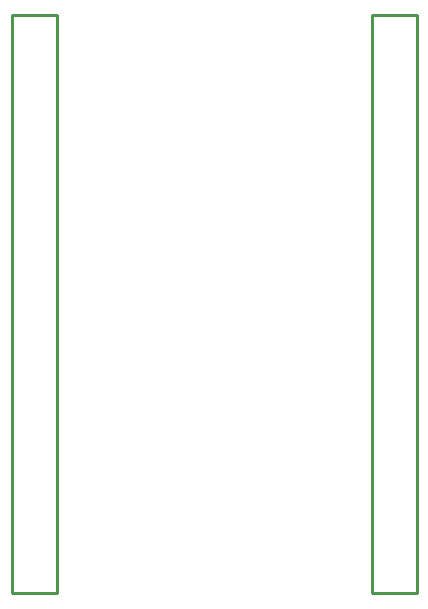
<source format=gbo>
%FSAX24Y24*%
%MOIN*%
G70*
G01*
G75*
G04 Layer_Color=32896*
G04:AMPARAMS|DCode=10|XSize=17.7mil|YSize=43.3mil|CornerRadius=4.4mil|HoleSize=0mil|Usage=FLASHONLY|Rotation=180.000|XOffset=0mil|YOffset=0mil|HoleType=Round|Shape=RoundedRectangle|*
%AMROUNDEDRECTD10*
21,1,0.0177,0.0344,0,0,180.0*
21,1,0.0089,0.0433,0,0,180.0*
1,1,0.0089,-0.0044,0.0172*
1,1,0.0089,0.0044,0.0172*
1,1,0.0089,0.0044,-0.0172*
1,1,0.0089,-0.0044,-0.0172*
%
%ADD10ROUNDEDRECTD10*%
G04:AMPARAMS|DCode=11|XSize=84.6mil|YSize=84.6mil|CornerRadius=4.2mil|HoleSize=0mil|Usage=FLASHONLY|Rotation=90.000|XOffset=0mil|YOffset=0mil|HoleType=Round|Shape=RoundedRectangle|*
%AMROUNDEDRECTD11*
21,1,0.0846,0.0762,0,0,90.0*
21,1,0.0762,0.0846,0,0,90.0*
1,1,0.0085,0.0381,0.0381*
1,1,0.0085,0.0381,-0.0381*
1,1,0.0085,-0.0381,-0.0381*
1,1,0.0085,-0.0381,0.0381*
%
%ADD11ROUNDEDRECTD11*%
G04:AMPARAMS|DCode=12|XSize=17.7mil|YSize=43.3mil|CornerRadius=4.4mil|HoleSize=0mil|Usage=FLASHONLY|Rotation=270.000|XOffset=0mil|YOffset=0mil|HoleType=Round|Shape=RoundedRectangle|*
%AMROUNDEDRECTD12*
21,1,0.0177,0.0344,0,0,270.0*
21,1,0.0089,0.0433,0,0,270.0*
1,1,0.0089,-0.0172,-0.0044*
1,1,0.0089,-0.0172,0.0044*
1,1,0.0089,0.0172,0.0044*
1,1,0.0089,0.0172,-0.0044*
%
%ADD12ROUNDEDRECTD12*%
G04:AMPARAMS|DCode=13|XSize=59.1mil|YSize=51.2mil|CornerRadius=12.8mil|HoleSize=0mil|Usage=FLASHONLY|Rotation=270.000|XOffset=0mil|YOffset=0mil|HoleType=Round|Shape=RoundedRectangle|*
%AMROUNDEDRECTD13*
21,1,0.0591,0.0256,0,0,270.0*
21,1,0.0335,0.0512,0,0,270.0*
1,1,0.0256,-0.0128,-0.0167*
1,1,0.0256,-0.0128,0.0167*
1,1,0.0256,0.0128,0.0167*
1,1,0.0256,0.0128,-0.0167*
%
%ADD13ROUNDEDRECTD13*%
G04:AMPARAMS|DCode=14|XSize=39.4mil|YSize=39.4mil|CornerRadius=9.8mil|HoleSize=0mil|Usage=FLASHONLY|Rotation=180.000|XOffset=0mil|YOffset=0mil|HoleType=Round|Shape=RoundedRectangle|*
%AMROUNDEDRECTD14*
21,1,0.0394,0.0197,0,0,180.0*
21,1,0.0197,0.0394,0,0,180.0*
1,1,0.0197,-0.0098,0.0098*
1,1,0.0197,0.0098,0.0098*
1,1,0.0197,0.0098,-0.0098*
1,1,0.0197,-0.0098,-0.0098*
%
%ADD14ROUNDEDRECTD14*%
G04:AMPARAMS|DCode=15|XSize=32mil|YSize=40mil|CornerRadius=4mil|HoleSize=0mil|Usage=FLASHONLY|Rotation=270.000|XOffset=0mil|YOffset=0mil|HoleType=Round|Shape=RoundedRectangle|*
%AMROUNDEDRECTD15*
21,1,0.0320,0.0320,0,0,270.0*
21,1,0.0240,0.0400,0,0,270.0*
1,1,0.0080,-0.0160,-0.0120*
1,1,0.0080,-0.0160,0.0120*
1,1,0.0080,0.0160,0.0120*
1,1,0.0080,0.0160,-0.0120*
%
%ADD15ROUNDEDRECTD15*%
%ADD16R,0.1063X0.0669*%
%ADD17R,0.0512X0.0354*%
%ADD18R,0.0748X0.0354*%
%ADD19R,0.0630X0.1929*%
%ADD20R,0.0276X0.0925*%
G04:AMPARAMS|DCode=21|XSize=39.4mil|YSize=39.4mil|CornerRadius=9.8mil|HoleSize=0mil|Usage=FLASHONLY|Rotation=90.000|XOffset=0mil|YOffset=0mil|HoleType=Round|Shape=RoundedRectangle|*
%AMROUNDEDRECTD21*
21,1,0.0394,0.0197,0,0,90.0*
21,1,0.0197,0.0394,0,0,90.0*
1,1,0.0197,0.0098,0.0098*
1,1,0.0197,0.0098,-0.0098*
1,1,0.0197,-0.0098,-0.0098*
1,1,0.0197,-0.0098,0.0098*
%
%ADD21ROUNDEDRECTD21*%
G04:AMPARAMS|DCode=22|XSize=59.1mil|YSize=51.2mil|CornerRadius=12.8mil|HoleSize=0mil|Usage=FLASHONLY|Rotation=0.000|XOffset=0mil|YOffset=0mil|HoleType=Round|Shape=RoundedRectangle|*
%AMROUNDEDRECTD22*
21,1,0.0591,0.0256,0,0,0.0*
21,1,0.0335,0.0512,0,0,0.0*
1,1,0.0256,0.0167,-0.0128*
1,1,0.0256,-0.0167,-0.0128*
1,1,0.0256,-0.0167,0.0128*
1,1,0.0256,0.0167,0.0128*
%
%ADD22ROUNDEDRECTD22*%
G04:AMPARAMS|DCode=23|XSize=70.9mil|YSize=65mil|CornerRadius=4.9mil|HoleSize=0mil|Usage=FLASHONLY|Rotation=0.000|XOffset=0mil|YOffset=0mil|HoleType=Round|Shape=RoundedRectangle|*
%AMROUNDEDRECTD23*
21,1,0.0709,0.0552,0,0,0.0*
21,1,0.0611,0.0650,0,0,0.0*
1,1,0.0097,0.0306,-0.0276*
1,1,0.0097,-0.0306,-0.0276*
1,1,0.0097,-0.0306,0.0276*
1,1,0.0097,0.0306,0.0276*
%
%ADD23ROUNDEDRECTD23*%
G04:AMPARAMS|DCode=24|XSize=32mil|YSize=40mil|CornerRadius=4mil|HoleSize=0mil|Usage=FLASHONLY|Rotation=0.000|XOffset=0mil|YOffset=0mil|HoleType=Round|Shape=RoundedRectangle|*
%AMROUNDEDRECTD24*
21,1,0.0320,0.0320,0,0,0.0*
21,1,0.0240,0.0400,0,0,0.0*
1,1,0.0080,0.0120,-0.0160*
1,1,0.0080,-0.0120,-0.0160*
1,1,0.0080,-0.0120,0.0160*
1,1,0.0080,0.0120,0.0160*
%
%ADD24ROUNDEDRECTD24*%
%ADD25O,0.0236X0.0827*%
%ADD26R,0.0354X0.0217*%
%ADD27C,0.0118*%
%ADD28C,0.0197*%
%ADD29C,0.0079*%
%ADD30C,0.0100*%
%ADD31C,0.0080*%
%ADD32R,0.0256X0.0591*%
%ADD33R,0.0394X0.0217*%
%ADD34R,0.0217X0.0394*%
%ADD35R,0.0591X0.0256*%
%ADD36C,0.0591*%
%ADD37C,0.0630*%
G04:AMPARAMS|DCode=38|XSize=63mil|YSize=63mil|CornerRadius=7.9mil|HoleSize=0mil|Usage=FLASHONLY|Rotation=270.000|XOffset=0mil|YOffset=0mil|HoleType=Round|Shape=RoundedRectangle|*
%AMROUNDEDRECTD38*
21,1,0.0630,0.0472,0,0,270.0*
21,1,0.0472,0.0630,0,0,270.0*
1,1,0.0157,-0.0236,-0.0236*
1,1,0.0157,-0.0236,0.0236*
1,1,0.0157,0.0236,0.0236*
1,1,0.0157,0.0236,-0.0236*
%
%ADD38ROUNDEDRECTD38*%
%ADD39C,0.0600*%
%ADD40R,0.0600X0.0600*%
%ADD41C,0.0256*%
%ADD42C,0.0098*%
%ADD43C,0.0059*%
%ADD44C,0.0039*%
%ADD45C,0.0071*%
%ADD46R,0.0472X0.0551*%
%ADD47R,0.0374X0.0384*%
%ADD48R,0.0394X0.0315*%
%ADD49R,0.0384X0.0374*%
%ADD50R,0.0551X0.0472*%
%ADD51R,0.0669X0.0620*%
%ADD52R,0.0315X0.0394*%
%ADD53R,0.0226X0.0581*%
G04:AMPARAMS|DCode=54|XSize=21.7mil|YSize=47.2mil|CornerRadius=6.4mil|HoleSize=0mil|Usage=FLASHONLY|Rotation=180.000|XOffset=0mil|YOffset=0mil|HoleType=Round|Shape=RoundedRectangle|*
%AMROUNDEDRECTD54*
21,1,0.0217,0.0344,0,0,180.0*
21,1,0.0089,0.0472,0,0,180.0*
1,1,0.0128,-0.0044,0.0172*
1,1,0.0128,0.0044,0.0172*
1,1,0.0128,0.0044,-0.0172*
1,1,0.0128,-0.0044,-0.0172*
%
%ADD54ROUNDEDRECTD54*%
G04:AMPARAMS|DCode=55|XSize=88.6mil|YSize=88.6mil|CornerRadius=6.2mil|HoleSize=0mil|Usage=FLASHONLY|Rotation=90.000|XOffset=0mil|YOffset=0mil|HoleType=Round|Shape=RoundedRectangle|*
%AMROUNDEDRECTD55*
21,1,0.0886,0.0762,0,0,90.0*
21,1,0.0762,0.0886,0,0,90.0*
1,1,0.0124,0.0381,0.0381*
1,1,0.0124,0.0381,-0.0381*
1,1,0.0124,-0.0381,-0.0381*
1,1,0.0124,-0.0381,0.0381*
%
%ADD55ROUNDEDRECTD55*%
G04:AMPARAMS|DCode=56|XSize=21.7mil|YSize=47.2mil|CornerRadius=6.4mil|HoleSize=0mil|Usage=FLASHONLY|Rotation=270.000|XOffset=0mil|YOffset=0mil|HoleType=Round|Shape=RoundedRectangle|*
%AMROUNDEDRECTD56*
21,1,0.0217,0.0344,0,0,270.0*
21,1,0.0089,0.0472,0,0,270.0*
1,1,0.0128,-0.0172,-0.0044*
1,1,0.0128,-0.0172,0.0044*
1,1,0.0128,0.0172,0.0044*
1,1,0.0128,0.0172,-0.0044*
%
%ADD56ROUNDEDRECTD56*%
%ADD57R,0.1102X0.0709*%
%ADD58R,0.0551X0.0394*%
%ADD59R,0.0787X0.0394*%
%ADD60R,0.0669X0.1969*%
%ADD61R,0.0315X0.0965*%
%ADD62R,0.0394X0.0256*%
G04:AMPARAMS|DCode=63|XSize=25.7mil|YSize=51.3mil|CornerRadius=8.4mil|HoleSize=0mil|Usage=FLASHONLY|Rotation=180.000|XOffset=0mil|YOffset=0mil|HoleType=Round|Shape=RoundedRectangle|*
%AMROUNDEDRECTD63*
21,1,0.0257,0.0344,0,0,180.0*
21,1,0.0089,0.0513,0,0,180.0*
1,1,0.0169,-0.0044,0.0172*
1,1,0.0169,0.0044,0.0172*
1,1,0.0169,0.0044,-0.0172*
1,1,0.0169,-0.0044,-0.0172*
%
%ADD63ROUNDEDRECTD63*%
G04:AMPARAMS|DCode=64|XSize=92.6mil|YSize=92.6mil|CornerRadius=8.2mil|HoleSize=0mil|Usage=FLASHONLY|Rotation=90.000|XOffset=0mil|YOffset=0mil|HoleType=Round|Shape=RoundedRectangle|*
%AMROUNDEDRECTD64*
21,1,0.0926,0.0762,0,0,90.0*
21,1,0.0762,0.0926,0,0,90.0*
1,1,0.0165,0.0381,0.0381*
1,1,0.0165,0.0381,-0.0381*
1,1,0.0165,-0.0381,-0.0381*
1,1,0.0165,-0.0381,0.0381*
%
%ADD64ROUNDEDRECTD64*%
G04:AMPARAMS|DCode=65|XSize=25.7mil|YSize=51.3mil|CornerRadius=8.4mil|HoleSize=0mil|Usage=FLASHONLY|Rotation=270.000|XOffset=0mil|YOffset=0mil|HoleType=Round|Shape=RoundedRectangle|*
%AMROUNDEDRECTD65*
21,1,0.0257,0.0344,0,0,270.0*
21,1,0.0089,0.0513,0,0,270.0*
1,1,0.0169,-0.0172,-0.0044*
1,1,0.0169,-0.0172,0.0044*
1,1,0.0169,0.0172,0.0044*
1,1,0.0169,0.0172,-0.0044*
%
%ADD65ROUNDEDRECTD65*%
G04:AMPARAMS|DCode=66|XSize=67.1mil|YSize=59.2mil|CornerRadius=16.8mil|HoleSize=0mil|Usage=FLASHONLY|Rotation=270.000|XOffset=0mil|YOffset=0mil|HoleType=Round|Shape=RoundedRectangle|*
%AMROUNDEDRECTD66*
21,1,0.0671,0.0256,0,0,270.0*
21,1,0.0335,0.0592,0,0,270.0*
1,1,0.0336,-0.0128,-0.0167*
1,1,0.0336,-0.0128,0.0167*
1,1,0.0336,0.0128,0.0167*
1,1,0.0336,0.0128,-0.0167*
%
%ADD66ROUNDEDRECTD66*%
G04:AMPARAMS|DCode=67|XSize=45.4mil|YSize=45.4mil|CornerRadius=12.8mil|HoleSize=0mil|Usage=FLASHONLY|Rotation=180.000|XOffset=0mil|YOffset=0mil|HoleType=Round|Shape=RoundedRectangle|*
%AMROUNDEDRECTD67*
21,1,0.0454,0.0197,0,0,180.0*
21,1,0.0197,0.0454,0,0,180.0*
1,1,0.0257,-0.0098,0.0098*
1,1,0.0257,0.0098,0.0098*
1,1,0.0257,0.0098,-0.0098*
1,1,0.0257,-0.0098,-0.0098*
%
%ADD67ROUNDEDRECTD67*%
G04:AMPARAMS|DCode=68|XSize=40mil|YSize=48mil|CornerRadius=8mil|HoleSize=0mil|Usage=FLASHONLY|Rotation=270.000|XOffset=0mil|YOffset=0mil|HoleType=Round|Shape=RoundedRectangle|*
%AMROUNDEDRECTD68*
21,1,0.0400,0.0320,0,0,270.0*
21,1,0.0240,0.0480,0,0,270.0*
1,1,0.0160,-0.0160,-0.0120*
1,1,0.0160,-0.0160,0.0120*
1,1,0.0160,0.0160,0.0120*
1,1,0.0160,0.0160,-0.0120*
%
%ADD68ROUNDEDRECTD68*%
%ADD69R,0.1143X0.0749*%
%ADD70R,0.0592X0.0434*%
%ADD71R,0.0828X0.0434*%
%ADD72R,0.0710X0.2009*%
%ADD73R,0.0356X0.1005*%
G04:AMPARAMS|DCode=74|XSize=45.4mil|YSize=45.4mil|CornerRadius=12.8mil|HoleSize=0mil|Usage=FLASHONLY|Rotation=90.000|XOffset=0mil|YOffset=0mil|HoleType=Round|Shape=RoundedRectangle|*
%AMROUNDEDRECTD74*
21,1,0.0454,0.0197,0,0,90.0*
21,1,0.0197,0.0454,0,0,90.0*
1,1,0.0257,0.0098,0.0098*
1,1,0.0257,0.0098,-0.0098*
1,1,0.0257,-0.0098,-0.0098*
1,1,0.0257,-0.0098,0.0098*
%
%ADD74ROUNDEDRECTD74*%
G04:AMPARAMS|DCode=75|XSize=67.1mil|YSize=59.2mil|CornerRadius=16.8mil|HoleSize=0mil|Usage=FLASHONLY|Rotation=0.000|XOffset=0mil|YOffset=0mil|HoleType=Round|Shape=RoundedRectangle|*
%AMROUNDEDRECTD75*
21,1,0.0671,0.0256,0,0,0.0*
21,1,0.0335,0.0592,0,0,0.0*
1,1,0.0336,0.0167,-0.0128*
1,1,0.0336,-0.0167,-0.0128*
1,1,0.0336,-0.0167,0.0128*
1,1,0.0336,0.0167,0.0128*
%
%ADD75ROUNDEDRECTD75*%
G04:AMPARAMS|DCode=76|XSize=78.9mil|YSize=73mil|CornerRadius=8.9mil|HoleSize=0mil|Usage=FLASHONLY|Rotation=0.000|XOffset=0mil|YOffset=0mil|HoleType=Round|Shape=RoundedRectangle|*
%AMROUNDEDRECTD76*
21,1,0.0789,0.0552,0,0,0.0*
21,1,0.0611,0.0730,0,0,0.0*
1,1,0.0177,0.0306,-0.0276*
1,1,0.0177,-0.0306,-0.0276*
1,1,0.0177,-0.0306,0.0276*
1,1,0.0177,0.0306,0.0276*
%
%ADD76ROUNDEDRECTD76*%
G04:AMPARAMS|DCode=77|XSize=40mil|YSize=48mil|CornerRadius=8mil|HoleSize=0mil|Usage=FLASHONLY|Rotation=0.000|XOffset=0mil|YOffset=0mil|HoleType=Round|Shape=RoundedRectangle|*
%AMROUNDEDRECTD77*
21,1,0.0400,0.0320,0,0,0.0*
21,1,0.0240,0.0480,0,0,0.0*
1,1,0.0160,0.0120,-0.0160*
1,1,0.0160,-0.0120,-0.0160*
1,1,0.0160,-0.0120,0.0160*
1,1,0.0160,0.0120,0.0160*
%
%ADD77ROUNDEDRECTD77*%
%ADD78O,0.0316X0.0907*%
%ADD79R,0.0434X0.0297*%
%ADD80R,0.0336X0.0671*%
%ADD81R,0.0454X0.0277*%
%ADD82R,0.0277X0.0454*%
%ADD83R,0.0671X0.0336*%
%ADD84C,0.0671*%
%ADD85C,0.0710*%
G04:AMPARAMS|DCode=86|XSize=71mil|YSize=71mil|CornerRadius=11.9mil|HoleSize=0mil|Usage=FLASHONLY|Rotation=270.000|XOffset=0mil|YOffset=0mil|HoleType=Round|Shape=RoundedRectangle|*
%AMROUNDEDRECTD86*
21,1,0.0710,0.0472,0,0,270.0*
21,1,0.0472,0.0710,0,0,270.0*
1,1,0.0237,-0.0236,-0.0236*
1,1,0.0237,-0.0236,0.0236*
1,1,0.0237,0.0236,0.0236*
1,1,0.0237,0.0236,-0.0236*
%
%ADD86ROUNDEDRECTD86*%
%ADD87C,0.0680*%
%ADD88R,0.0680X0.0680*%
D30*
X039604Y047096D02*
X041104D01*
Y032846D02*
Y047096D01*
Y027846D02*
Y028846D01*
Y032846D01*
X039604Y027846D02*
Y047096D01*
Y027846D02*
X041104D01*
X051612Y047096D02*
X053112D01*
Y032846D02*
Y047096D01*
Y027846D02*
Y028846D01*
Y032846D01*
X051612Y027846D02*
Y047096D01*
Y027846D02*
X053112D01*
M02*

</source>
